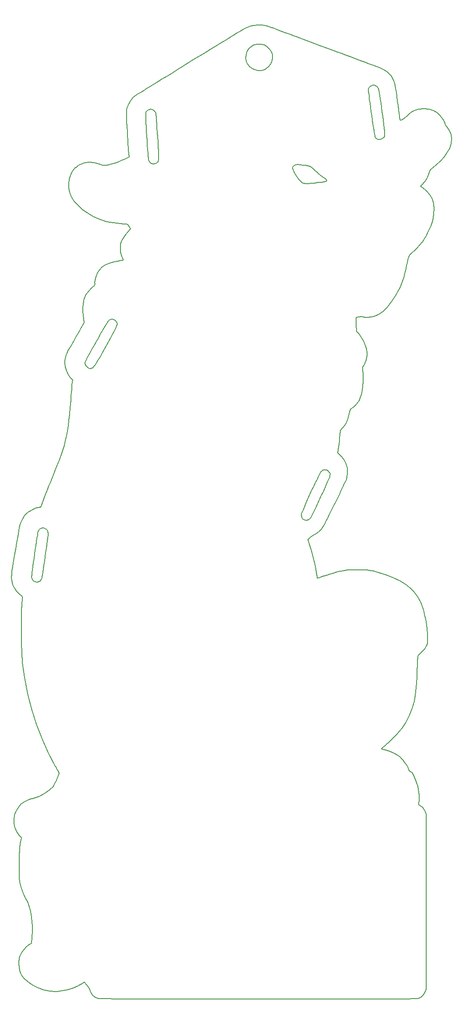
<source format=gm1>
G04 #@! TF.GenerationSoftware,KiCad,Pcbnew,(5.1.5)-3*
G04 #@! TF.CreationDate,2020-02-08T22:35:02-06:00*
G04 #@! TF.ProjectId,tymkrs_Cyphercon_2020_coyote,74796d6b-7273-45f4-9379-70686572636f,V0*
G04 #@! TF.SameCoordinates,Original*
G04 #@! TF.FileFunction,Profile,NP*
%FSLAX46Y46*%
G04 Gerber Fmt 4.6, Leading zero omitted, Abs format (unit mm)*
G04 Created by KiCad (PCBNEW (5.1.5)-3) date 2020-02-08 22:35:02*
%MOMM*%
%LPD*%
G04 APERTURE LIST*
%ADD10C,0.180000*%
G04 APERTURE END LIST*
D10*
X127748584Y-8459555D02*
X127748584Y-8459555D01*
X126927986Y-8434121D02*
X127748584Y-8459555D01*
X126110945Y-8533034D02*
X126927986Y-8434121D01*
X126092893Y-8536519D02*
X126110945Y-8533034D01*
X125710020Y-8619858D02*
X126092893Y-8536519D01*
X125347476Y-8722610D02*
X125710020Y-8619858D01*
X124978490Y-8857709D02*
X125347476Y-8722610D01*
X124576293Y-9038091D02*
X124978490Y-8857709D01*
X124114115Y-9276691D02*
X124576293Y-9038091D01*
X123565187Y-9586444D02*
X124114115Y-9276691D01*
X122902738Y-9980285D02*
X123565187Y-9586444D01*
X122100000Y-10471151D02*
X122902738Y-9980285D01*
X122094071Y-10474807D02*
X122100000Y-10471151D01*
X121716232Y-10707533D02*
X122094071Y-10474807D01*
X121184033Y-11035004D02*
X121716232Y-10707533D01*
X120513243Y-11447528D02*
X121184033Y-11035004D01*
X119719632Y-11935416D02*
X120513243Y-11447528D01*
X118818970Y-12488977D02*
X119719632Y-11935416D01*
X117827025Y-13098521D02*
X118818970Y-12488977D01*
X116759567Y-13754358D02*
X117827025Y-13098521D01*
X115632366Y-14446797D02*
X116759567Y-13754358D01*
X115012019Y-14827822D02*
X115632366Y-14446797D01*
X124628017Y-14190979D02*
X124584275Y-14827822D01*
X124851020Y-13538961D02*
X124628017Y-14190979D01*
X125178023Y-13032008D02*
X124851020Y-13538961D01*
X125657966Y-12588891D02*
X125178023Y-13032008D01*
X126222723Y-12289812D02*
X125657966Y-12588891D01*
X126840219Y-12138198D02*
X126222723Y-12289812D01*
X127478378Y-12137474D02*
X126840219Y-12138198D01*
X128105124Y-12291066D02*
X127478378Y-12137474D01*
X128688381Y-12602400D02*
X128105124Y-12291066D01*
X129196073Y-13074900D02*
X128688381Y-12602400D01*
X129485283Y-13510445D02*
X129196073Y-13074900D01*
X129707790Y-14128736D02*
X129485283Y-13510445D01*
X129762227Y-14773033D02*
X129707790Y-14128736D01*
X129655407Y-15408870D02*
X129762227Y-14773033D01*
X129394145Y-16001786D02*
X129655407Y-15408870D01*
X128985256Y-16517315D02*
X129394145Y-16001786D01*
X128435555Y-16920996D02*
X128985256Y-16517315D01*
X128204817Y-17033602D02*
X128435555Y-16920996D01*
X127559349Y-17220959D02*
X128204817Y-17033602D01*
X126927613Y-17236963D02*
X127559349Y-17220959D01*
X126330300Y-17101136D02*
X126927613Y-17236963D01*
X125788101Y-16833001D02*
X126330300Y-17101136D01*
X125321708Y-16452080D02*
X125788101Y-16833001D01*
X124951812Y-15977894D02*
X125321708Y-16452080D01*
X124699104Y-15429968D02*
X124951812Y-15977894D01*
X124584275Y-14827822D02*
X124699104Y-15429968D01*
X114461192Y-15166148D02*
X115012019Y-14827822D01*
X113261813Y-15902720D02*
X114461192Y-15166148D01*
X112050000Y-16646824D02*
X113261813Y-15902720D01*
X111750670Y-16830617D02*
X112050000Y-16646824D01*
X110588319Y-17544433D02*
X111750670Y-16830617D01*
X109470023Y-18231369D02*
X110588319Y-17544433D01*
X108408422Y-18883651D02*
X109470023Y-18231369D01*
X107416157Y-19493506D02*
X108408422Y-18883651D01*
X106505866Y-20053160D02*
X107416157Y-19493506D01*
X105690190Y-20554839D02*
X106505866Y-20053160D01*
X104981770Y-20990768D02*
X105690190Y-20554839D01*
X104922321Y-21027376D02*
X104981770Y-20990768D01*
X148327145Y-20840605D02*
X148300000Y-21027376D01*
X148496351Y-20496386D02*
X148327145Y-20840605D01*
X148772155Y-20209923D02*
X148496351Y-20496386D01*
X149098015Y-20050435D02*
X148772155Y-20209923D01*
X149262886Y-20031448D02*
X149098015Y-20050435D01*
X149656672Y-20110803D02*
X149262886Y-20031448D01*
X149999482Y-20339163D02*
X149656672Y-20110803D01*
X150230723Y-20682704D02*
X149999482Y-20339163D01*
X150258968Y-20775020D02*
X150230723Y-20682704D01*
X150323945Y-21074346D02*
X150258968Y-20775020D01*
X150405189Y-21525852D02*
X150323945Y-21074346D01*
X150499404Y-22104543D02*
X150405189Y-21525852D01*
X150603295Y-22785423D02*
X150499404Y-22104543D01*
X150713565Y-23543498D02*
X150603295Y-22785423D01*
X150826921Y-24353770D02*
X150713565Y-23543498D01*
X150940065Y-25191246D02*
X150826921Y-24353770D01*
X151049703Y-26030928D02*
X150940065Y-25191246D01*
X151152539Y-26847823D02*
X151049703Y-26030928D01*
X151245277Y-27616934D02*
X151152539Y-26847823D01*
X151324622Y-28313266D02*
X151245277Y-27616934D01*
X151387278Y-28911823D02*
X151324622Y-28313266D01*
X151429949Y-29387610D02*
X151387278Y-28911823D01*
X151449341Y-29715631D02*
X151429949Y-29387610D01*
X151442156Y-29870891D02*
X151449341Y-29715631D01*
X151315855Y-30090714D02*
X151442156Y-29870891D01*
X151100000Y-30310272D02*
X151315855Y-30090714D01*
X150997643Y-30377663D02*
X151100000Y-30310272D01*
X150581605Y-30532161D02*
X150997643Y-30377663D01*
X150179585Y-30512878D02*
X150581605Y-30532161D01*
X149831659Y-30328325D02*
X150179585Y-30512878D01*
X149577907Y-29987015D02*
X149831659Y-30328325D01*
X149572240Y-29972456D02*
X149577907Y-29987015D01*
X149526856Y-29781931D02*
X149572240Y-29972456D01*
X149460107Y-29423135D02*
X149526856Y-29781931D01*
X149375624Y-28921520D02*
X149460107Y-29423135D01*
X149277036Y-28302540D02*
X149375624Y-28921520D01*
X149167975Y-27591649D02*
X149277036Y-28302540D01*
X149052070Y-26814299D02*
X149167975Y-27591649D01*
X148932953Y-25995945D02*
X149052070Y-26814299D01*
X148814253Y-25162041D02*
X148932953Y-25995945D01*
X148699601Y-24338038D02*
X148814253Y-25162041D01*
X148592627Y-23549392D02*
X148699601Y-24338038D01*
X148496962Y-22821556D02*
X148592627Y-23549392D01*
X148416237Y-22179982D02*
X148496962Y-22821556D01*
X148354081Y-21650126D02*
X148416237Y-22179982D01*
X148314125Y-21257439D02*
X148354081Y-21650126D01*
X148300000Y-21027376D02*
X148314125Y-21257439D01*
X104393245Y-21353176D02*
X104922321Y-21027376D01*
X103937256Y-21634286D02*
X104393245Y-21353176D01*
X103626441Y-21826327D02*
X103937256Y-21634286D01*
X103473443Y-21921523D02*
X103626441Y-21826327D01*
X102843132Y-22421218D02*
X103473443Y-21921523D01*
X102279677Y-23093593D02*
X102843132Y-22421218D01*
X101849728Y-23876106D02*
X102279677Y-23093593D01*
X101577752Y-24732477D02*
X101849728Y-23876106D01*
X101563806Y-24805140D02*
X101577752Y-24732477D01*
X101537316Y-25005560D02*
X101563806Y-24805140D01*
X101521621Y-25257292D02*
X101537316Y-25005560D01*
X101517240Y-25581503D02*
X101521621Y-25257292D01*
X101524693Y-25999359D02*
X101517240Y-25581503D01*
X101530301Y-26150178D02*
X101524693Y-25999359D01*
X105245026Y-25761660D02*
X105238993Y-26150178D01*
X105269850Y-25470135D02*
X105245026Y-25761660D01*
X105314417Y-25257829D02*
X105269850Y-25470135D01*
X105379676Y-25106965D02*
X105314417Y-25257829D01*
X105466579Y-24999770D02*
X105379676Y-25106965D01*
X105576077Y-24918468D02*
X105466579Y-24999770D01*
X105709119Y-24845284D02*
X105576077Y-24918468D01*
X105876739Y-24774487D02*
X105709119Y-24845284D01*
X106299342Y-24721966D02*
X105876739Y-24774487D01*
X106688260Y-24833238D02*
X106299342Y-24721966D01*
X106998242Y-25089122D02*
X106688260Y-24833238D01*
X107184033Y-25470439D02*
X106998242Y-25089122D01*
X107196507Y-25541148D02*
X107184033Y-25470439D01*
X107228524Y-25816057D02*
X107196507Y-25541148D01*
X107269857Y-26255641D02*
X107228524Y-25816057D01*
X107318690Y-26836981D02*
X107269857Y-26255641D01*
X107373207Y-27537159D02*
X107318690Y-26836981D01*
X107431590Y-28333254D02*
X107373207Y-27537159D01*
X107492022Y-29202348D02*
X107431590Y-28333254D01*
X107552689Y-30121521D02*
X107492022Y-29202348D01*
X107608662Y-30996048D02*
X107552689Y-30121521D01*
X107667264Y-31939038D02*
X107608662Y-30996048D01*
X107711295Y-32714642D02*
X107667264Y-31939038D01*
X107739868Y-33340849D02*
X107711295Y-32714642D01*
X107752093Y-33835648D02*
X107739868Y-33340849D01*
X107747083Y-34217029D02*
X107752093Y-33835648D01*
X107723948Y-34502982D02*
X107747083Y-34217029D01*
X107681802Y-34711495D02*
X107723948Y-34502982D01*
X107619756Y-34860558D02*
X107681802Y-34711495D01*
X107536921Y-34968160D02*
X107619756Y-34860558D01*
X107432409Y-35052292D02*
X107536921Y-34968160D01*
X107305332Y-35130942D02*
X107432409Y-35052292D01*
X107110554Y-35221770D02*
X107305332Y-35130942D01*
X106697503Y-35277121D02*
X107110554Y-35221770D01*
X106312380Y-35167650D02*
X106697503Y-35277121D01*
X106001915Y-34912186D02*
X106312380Y-35167650D01*
X105812839Y-34529560D02*
X106001915Y-34912186D01*
X105800267Y-34460725D02*
X105812839Y-34529560D01*
X105767574Y-34187579D02*
X105800267Y-34460725D01*
X105725509Y-33749578D02*
X105767574Y-34187579D01*
X105675921Y-33169681D02*
X105725509Y-33749578D01*
X105620657Y-32470845D02*
X105675921Y-33169681D01*
X105561567Y-31676027D02*
X105620657Y-32470845D01*
X105500498Y-30808183D02*
X105561567Y-31676027D01*
X105439299Y-29890271D02*
X105500498Y-30808183D01*
X105383765Y-29029685D02*
X105439299Y-29890271D01*
X105324138Y-28075442D02*
X105383765Y-29029685D01*
X105279500Y-27289294D02*
X105324138Y-28075442D01*
X105250801Y-26653464D02*
X105279500Y-27289294D01*
X105238993Y-26150178D02*
X105250801Y-26653464D01*
X101544499Y-26532028D02*
X101530301Y-26150178D01*
X101577177Y-27200675D02*
X101544499Y-26532028D01*
X101623247Y-28026468D02*
X101577177Y-27200675D01*
X101683228Y-29030573D02*
X101623247Y-28026468D01*
X101734895Y-29869583D02*
X101683228Y-29030573D01*
X101787207Y-30703041D02*
X101734895Y-29869583D01*
X101836410Y-31471371D02*
X101787207Y-30703041D01*
X101880739Y-32147671D02*
X101836410Y-31471371D01*
X101918429Y-32705036D02*
X101880739Y-32147671D01*
X101947717Y-33116564D02*
X101918429Y-32705036D01*
X101966838Y-33355352D02*
X101947717Y-33116564D01*
X102023593Y-33960705D02*
X101966838Y-33355352D01*
X101086796Y-34390705D02*
X102023593Y-33960705D01*
X100735427Y-34546604D02*
X101086796Y-34390705D01*
X100042344Y-34828451D02*
X100735427Y-34546604D01*
X99337340Y-35086526D02*
X100042344Y-34828451D01*
X98668256Y-35304694D02*
X99337340Y-35086526D01*
X98082935Y-35466819D02*
X98668256Y-35304694D01*
X97629219Y-35556768D02*
X98082935Y-35466819D01*
X97478674Y-35573345D02*
X97629219Y-35556768D01*
X97169006Y-35573669D02*
X97478674Y-35573345D01*
X96855180Y-35507817D02*
X97169006Y-35573669D01*
X96451193Y-35361533D02*
X96855180Y-35507817D01*
X96257969Y-35288136D02*
X96451193Y-35361533D01*
X95314947Y-35038652D02*
X96257969Y-35288136D01*
X94379710Y-34964239D02*
X95314947Y-35038652D01*
X93481611Y-35065055D02*
X94379710Y-34964239D01*
X92650000Y-35341255D02*
X93481611Y-35065055D01*
X92232617Y-35568927D02*
X92650000Y-35341255D01*
X91783684Y-35931261D02*
X92232617Y-35568927D01*
X133713534Y-35792641D02*
X133651011Y-35931261D01*
X133839244Y-35651664D02*
X133713534Y-35792641D01*
X133929936Y-35574916D02*
X133839244Y-35651664D01*
X134204666Y-35449353D02*
X133929936Y-35574916D01*
X134589074Y-35397019D02*
X134204666Y-35449353D01*
X135109381Y-35415934D02*
X134589074Y-35397019D01*
X135791808Y-35504114D02*
X135109381Y-35415934D01*
X136121647Y-35556234D02*
X135791808Y-35504114D01*
X136508406Y-35617224D02*
X136121647Y-35556234D01*
X136791058Y-35661658D02*
X136508406Y-35617224D01*
X136976124Y-35720048D02*
X136791058Y-35661658D01*
X137230476Y-35873101D02*
X136976124Y-35720048D01*
X137559574Y-36137904D02*
X137230476Y-35873101D01*
X137991058Y-36534565D02*
X137559574Y-36137904D01*
X138277928Y-36798701D02*
X137991058Y-36534565D01*
X138727417Y-37184648D02*
X138277928Y-36798701D01*
X139164356Y-37532043D02*
X138727417Y-37184648D01*
X139525000Y-37788767D02*
X139164356Y-37532043D01*
X139880734Y-38040741D02*
X139525000Y-37788767D01*
X140139030Y-38297128D02*
X139880734Y-38040741D01*
X140208348Y-38501414D02*
X140139030Y-38297128D01*
X140090262Y-38656018D02*
X140208348Y-38501414D01*
X140084649Y-38658941D02*
X140090262Y-38656018D01*
X139929819Y-38696931D02*
X140084649Y-38658941D01*
X139622115Y-38748047D02*
X139929819Y-38696931D01*
X139203331Y-38805957D02*
X139622115Y-38748047D01*
X138715262Y-38864330D02*
X139203331Y-38805957D01*
X138607756Y-38876249D02*
X138715262Y-38864330D01*
X137819856Y-38961550D02*
X138607756Y-38876249D01*
X137200378Y-39022593D02*
X137819856Y-38961550D01*
X136722488Y-39059614D02*
X137200378Y-39022593D01*
X136359349Y-39072853D02*
X136722488Y-39059614D01*
X136084124Y-39062548D02*
X136359349Y-39072853D01*
X135869978Y-39028938D02*
X136084124Y-39062548D01*
X135690074Y-38972261D02*
X135869978Y-39028938D01*
X135517576Y-38892756D02*
X135690074Y-38972261D01*
X135208479Y-38685782D02*
X135517576Y-38892756D01*
X134784609Y-38255745D02*
X135208479Y-38685782D01*
X134378220Y-37682731D02*
X134784609Y-38255745D01*
X134014556Y-36998551D02*
X134378220Y-37682731D01*
X133894906Y-36735100D02*
X134014556Y-36998551D01*
X133736463Y-36362278D02*
X133894906Y-36735100D01*
X133656909Y-36107735D02*
X133736463Y-36362278D01*
X133651011Y-35931261D02*
X133656909Y-36107735D01*
X91601337Y-36078434D02*
X91783684Y-35931261D01*
X91093773Y-36710528D02*
X91601337Y-36078434D01*
X90714441Y-37439872D02*
X91093773Y-36710528D01*
X90467860Y-38241129D02*
X90714441Y-37439872D01*
X90358548Y-39088965D02*
X90467860Y-38241129D01*
X90391022Y-39958042D02*
X90358548Y-39088965D01*
X90569800Y-40823026D02*
X90391022Y-39958042D01*
X90899399Y-41658579D02*
X90569800Y-40823026D01*
X91384337Y-42439365D02*
X90899399Y-41658579D01*
X91385609Y-42441045D02*
X91384337Y-42439365D01*
X92121429Y-43275525D02*
X91385609Y-42441045D01*
X93019543Y-44067693D02*
X92121429Y-43275525D01*
X94043204Y-44794089D02*
X93019543Y-44067693D01*
X95155665Y-45431250D02*
X94043204Y-44794089D01*
X96320179Y-45955715D02*
X95155665Y-45431250D01*
X97500000Y-46344021D02*
X96320179Y-45955715D01*
X97789431Y-46413882D02*
X97500000Y-46344021D01*
X98364098Y-46528972D02*
X97789431Y-46413882D01*
X99026608Y-46641137D02*
X98364098Y-46528972D01*
X99720331Y-46742349D02*
X99026608Y-46641137D01*
X100388636Y-46824581D02*
X99720331Y-46742349D01*
X100974892Y-46879807D02*
X100388636Y-46824581D01*
X101422470Y-46900000D02*
X100974892Y-46879807D01*
X101575557Y-46904990D02*
X101422470Y-46900000D01*
X101748876Y-46954305D02*
X101575557Y-46904990D01*
X101882512Y-47094792D02*
X101748876Y-46954305D01*
X102036307Y-47372519D02*
X101882512Y-47094792D01*
X102276448Y-47845038D02*
X102036307Y-47372519D01*
X101684566Y-48490974D02*
X102276448Y-47845038D01*
X101360887Y-48883773D02*
X101684566Y-48490974D01*
X101002460Y-49398831D02*
X101360887Y-48883773D01*
X100721341Y-49888268D02*
X101002460Y-49398831D01*
X100558764Y-50227860D02*
X100721341Y-49888268D01*
X100444023Y-50520691D02*
X100558764Y-50227860D01*
X100381385Y-50798320D02*
X100444023Y-50520691D01*
X100355245Y-51132457D02*
X100381385Y-50798320D01*
X100350000Y-51594813D02*
X100355245Y-51132457D01*
X100352292Y-51918592D02*
X100350000Y-51594813D01*
X100370900Y-52296548D02*
X100352292Y-51918592D01*
X100419653Y-52587640D02*
X100370900Y-52296548D01*
X100511985Y-52860405D02*
X100419653Y-52587640D01*
X100661326Y-53183385D02*
X100511985Y-52860405D01*
X100803285Y-53498076D02*
X100661326Y-53183385D01*
X100881954Y-53747975D02*
X100803285Y-53498076D01*
X100861326Y-53851504D02*
X100881954Y-53747975D01*
X100795204Y-53866748D02*
X100861326Y-53851504D01*
X100556907Y-53911861D02*
X100795204Y-53866748D01*
X100199415Y-53974465D02*
X100556907Y-53911861D01*
X99771335Y-54045893D02*
X100199415Y-53974465D01*
X99254838Y-54141578D02*
X99771335Y-54045893D01*
X98295240Y-54399926D02*
X99254838Y-54141578D01*
X97497648Y-54743563D02*
X98295240Y-54399926D01*
X96844846Y-55182929D02*
X97497648Y-54743563D01*
X96319614Y-55728467D02*
X96844846Y-55182929D01*
X95904735Y-56390618D02*
X96319614Y-55728467D01*
X95872987Y-56455870D02*
X95904735Y-56390618D01*
X95707556Y-56872852D02*
X95872987Y-56455870D01*
X95566934Y-57345689D02*
X95707556Y-56872852D01*
X95464631Y-57814468D02*
X95566934Y-57345689D01*
X95414158Y-58219273D02*
X95464631Y-57814468D01*
X95429025Y-58500192D02*
X95414158Y-58219273D01*
X95414302Y-58645822D02*
X95429025Y-58500192D01*
X95273761Y-58827821D02*
X95414302Y-58645822D01*
X94981169Y-59071984D02*
X95273761Y-58827821D01*
X94700694Y-59308362D02*
X94981169Y-59071984D01*
X94174170Y-59875892D02*
X94700694Y-59308362D01*
X93718339Y-60523841D02*
X94174170Y-59875892D01*
X93391032Y-61175697D02*
X93718339Y-60523841D01*
X93357106Y-61271821D02*
X93391032Y-61175697D01*
X93242536Y-61761628D02*
X93357106Y-61271821D01*
X93162335Y-62383352D02*
X93242536Y-61761628D01*
X93118655Y-63084596D02*
X93162335Y-62383352D01*
X93113645Y-63812963D02*
X93118655Y-63084596D01*
X93149458Y-64516058D02*
X93113645Y-63812963D01*
X93228243Y-65141482D02*
X93149458Y-64516058D01*
X93368688Y-65932965D02*
X93228243Y-65141482D01*
X92669826Y-67141482D02*
X93368688Y-65932965D01*
X92491557Y-67449790D02*
X92669826Y-67141482D01*
X92152981Y-68035449D02*
X92491557Y-67449790D01*
X91771318Y-68695741D02*
X92152981Y-68035449D01*
X91381279Y-69370610D02*
X91771318Y-68695741D01*
X91017578Y-70000000D02*
X91381279Y-69370610D01*
X90940537Y-70133537D02*
X91017578Y-70000000D01*
X90549482Y-70821504D02*
X90940537Y-70133537D01*
X90248860Y-71375818D02*
X90549482Y-70821504D01*
X90025523Y-71827255D02*
X90248860Y-71375818D01*
X89866324Y-72206592D02*
X90025523Y-71827255D01*
X89758114Y-72544604D02*
X89866324Y-72206592D01*
X89687747Y-72872068D02*
X89758114Y-72544604D01*
X89642073Y-73219760D02*
X89687747Y-72872068D01*
X89624340Y-73650442D02*
X89642073Y-73219760D01*
X89643930Y-73829066D02*
X89624340Y-73650442D01*
X93551274Y-73617743D02*
X93523533Y-73829066D01*
X93664911Y-73315779D02*
X93551274Y-73617743D01*
X93767181Y-73099259D02*
X93664911Y-73315779D01*
X93956590Y-72731583D02*
X93767181Y-73099259D01*
X94215285Y-72247481D02*
X93956590Y-72731583D01*
X94530528Y-71669394D02*
X94215285Y-72247481D01*
X94889582Y-71019759D02*
X94530528Y-71669394D01*
X95279709Y-70321017D02*
X94889582Y-71019759D01*
X95688170Y-69595607D02*
X95279709Y-70321017D01*
X96102229Y-68865968D02*
X95688170Y-69595607D01*
X96509147Y-68154540D02*
X96102229Y-68865968D01*
X96896187Y-67483762D02*
X96509147Y-68154540D01*
X97250610Y-66876073D02*
X96896187Y-67483762D01*
X97559679Y-66353913D02*
X97250610Y-66876073D01*
X97810656Y-65939721D02*
X97559679Y-66353913D01*
X97990804Y-65655937D02*
X97810656Y-65939721D01*
X98087384Y-65525000D02*
X97990804Y-65655937D01*
X98386323Y-65340127D02*
X98087384Y-65525000D01*
X98759871Y-65285436D02*
X98386323Y-65340127D01*
X99127171Y-65374394D02*
X98759871Y-65285436D01*
X99442699Y-65585837D02*
X99127171Y-65374394D01*
X99660932Y-65898606D02*
X99442699Y-65585837D01*
X99736347Y-66291536D02*
X99660932Y-65898606D01*
X99722641Y-66364569D02*
X99736347Y-66291536D01*
X99623973Y-66629336D02*
X99722641Y-66364569D01*
X99440824Y-67031824D02*
X99623973Y-66629336D01*
X99185776Y-67549567D02*
X99440824Y-67031824D01*
X98871411Y-68160100D02*
X99185776Y-67549567D01*
X98510312Y-68840957D02*
X98871411Y-68160100D01*
X98115060Y-69569673D02*
X98510312Y-68840957D01*
X97698238Y-70323783D02*
X98115060Y-69569673D01*
X97272429Y-71080822D02*
X97698238Y-70323783D01*
X96850213Y-71818324D02*
X97272429Y-71080822D01*
X96444175Y-72513823D02*
X96850213Y-71818324D01*
X96066895Y-73144855D02*
X96444175Y-72513823D01*
X95730956Y-73688954D02*
X96066895Y-73144855D01*
X95448940Y-74123655D02*
X95730956Y-73688954D01*
X95233430Y-74426492D02*
X95448940Y-74123655D01*
X95097007Y-74575000D02*
X95233430Y-74426492D01*
X95046170Y-74608415D02*
X95097007Y-74575000D01*
X94778058Y-74744599D02*
X95046170Y-74608415D01*
X94560211Y-74799626D02*
X94778058Y-74744599D01*
X94448603Y-74788030D02*
X94560211Y-74799626D01*
X94114193Y-74651429D02*
X94448603Y-74788030D01*
X93806441Y-74404609D02*
X94114193Y-74651429D01*
X93601079Y-74102606D02*
X93806441Y-74404609D01*
X93574674Y-74036216D02*
X93601079Y-74102606D01*
X93523533Y-73829066D02*
X93574674Y-74036216D01*
X89713693Y-74465183D02*
X89643930Y-73829066D01*
X89943736Y-75272943D02*
X89713693Y-74465183D01*
X90295592Y-76015557D02*
X89943736Y-75272943D01*
X90750385Y-76634859D02*
X90295592Y-76015557D01*
X91107867Y-77019718D02*
X90750385Y-76634859D01*
X91006010Y-77984859D02*
X91107867Y-77019718D01*
X90978361Y-78265191D02*
X91006010Y-77984859D01*
X90933106Y-78764136D02*
X90978361Y-78265191D01*
X90879047Y-79391526D02*
X90933106Y-78764136D01*
X90819506Y-80107924D02*
X90879047Y-79391526D01*
X90757806Y-80873894D02*
X90819506Y-80107924D01*
X90697267Y-81650000D02*
X90757806Y-80873894D01*
X90639276Y-82386620D02*
X90697267Y-81650000D01*
X90530140Y-83644147D02*
X90639276Y-82386620D01*
X90413158Y-84786994D02*
X90530140Y-83644147D01*
X90281995Y-85839850D02*
X90413158Y-84786994D01*
X90130315Y-86827400D02*
X90281995Y-85839850D01*
X89951784Y-87774333D02*
X90130315Y-86827400D01*
X89740065Y-88705335D02*
X89951784Y-87774333D01*
X89488825Y-89645093D02*
X89740065Y-88705335D01*
X89191728Y-90618295D02*
X89488825Y-89645093D01*
X88842438Y-91649626D02*
X89191728Y-90618295D01*
X88434621Y-92763776D02*
X88842438Y-91649626D01*
X87961941Y-93985430D02*
X88434621Y-92763776D01*
X87418063Y-95339275D02*
X87961941Y-93985430D01*
X86796652Y-96850000D02*
X87418063Y-95339275D01*
X86510939Y-97543742D02*
X86796652Y-96850000D01*
X86208882Y-98285303D02*
X86510939Y-97543742D01*
X85915846Y-99011959D02*
X86208882Y-98285303D01*
X85654617Y-99667204D02*
X85915846Y-99011959D01*
X85447980Y-100194531D02*
X85654617Y-99667204D01*
X84928521Y-101539062D02*
X85447980Y-100194531D01*
X84352668Y-101669845D02*
X84928521Y-101539062D01*
X83973893Y-101775043D02*
X84352668Y-101669845D01*
X83178496Y-102124743D02*
X83973893Y-101775043D01*
X82457344Y-102614967D02*
X83178496Y-102124743D01*
X81941953Y-103119374D02*
X82457344Y-102614967D01*
X135303748Y-103082448D02*
X135300000Y-103119374D01*
X135370234Y-102848365D02*
X135303748Y-103082448D01*
X135511469Y-102465476D02*
X135370234Y-102848365D01*
X135716594Y-101957310D02*
X135511469Y-102465476D01*
X135974747Y-101347397D02*
X135716594Y-101957310D01*
X136275069Y-100659265D02*
X135974747Y-101347397D01*
X136606698Y-99916443D02*
X136275069Y-100659265D01*
X136958775Y-99142460D02*
X136606698Y-99916443D01*
X137320438Y-98360845D02*
X136958775Y-99142460D01*
X137680828Y-97595127D02*
X137320438Y-98360845D01*
X138029084Y-96868834D02*
X137680828Y-97595127D01*
X138354345Y-96205497D02*
X138029084Y-96868834D01*
X138645752Y-95628643D02*
X138354345Y-96205497D01*
X138892442Y-95161801D02*
X138645752Y-95628643D01*
X139083557Y-94828502D02*
X138892442Y-95161801D01*
X139208236Y-94652272D02*
X139083557Y-94828502D01*
X139314354Y-94551359D02*
X139208236Y-94652272D01*
X139576381Y-94395751D02*
X139314354Y-94551359D01*
X139909883Y-94354545D02*
X139576381Y-94395751D01*
X140149632Y-94371348D02*
X139909883Y-94354545D01*
X140384677Y-94467894D02*
X140149632Y-94371348D01*
X140621624Y-94691598D02*
X140384677Y-94467894D01*
X140806089Y-94927124D02*
X140621624Y-94691598D01*
X140883923Y-95148431D02*
X140806089Y-94927124D01*
X140873566Y-95439325D02*
X140883923Y-95148431D01*
X140868635Y-95466755D02*
X140873566Y-95439325D01*
X140795956Y-95692387D02*
X140868635Y-95466755D01*
X140648750Y-96068461D02*
X140795956Y-95692387D01*
X140438077Y-96571163D02*
X140648750Y-96068461D01*
X140174993Y-97176682D02*
X140438077Y-96571163D01*
X139870560Y-97861203D02*
X140174993Y-97176682D01*
X139535834Y-98600915D02*
X139870560Y-97861203D01*
X139181876Y-99372005D02*
X139535834Y-98600915D01*
X138819743Y-100150659D02*
X139181876Y-99372005D01*
X138460496Y-100913065D02*
X138819743Y-100150659D01*
X138115191Y-101635411D02*
X138460496Y-100913065D01*
X137794889Y-102293883D02*
X138115191Y-101635411D01*
X137510648Y-102864669D02*
X137794889Y-102293883D01*
X137273526Y-103323956D02*
X137510648Y-102864669D01*
X137094584Y-103647932D02*
X137273526Y-103323956D01*
X136984879Y-103812782D02*
X137094584Y-103647932D01*
X136984361Y-103813343D02*
X136984879Y-103812782D01*
X136654174Y-104045532D02*
X136984361Y-103813343D01*
X136284738Y-104114286D02*
X136654174Y-104045532D01*
X135920328Y-104037826D02*
X136284738Y-104114286D01*
X135605218Y-103834373D02*
X135920328Y-104037826D01*
X135383683Y-103522149D02*
X135605218Y-103834373D01*
X135300000Y-103119374D02*
X135383683Y-103522149D01*
X81841348Y-103217836D02*
X81941953Y-103119374D01*
X81361417Y-103905473D02*
X81841348Y-103217836D01*
X81048461Y-104650000D02*
X81361417Y-103905473D01*
X81041481Y-104674948D02*
X81048461Y-104650000D01*
X80993307Y-104871614D02*
X81041481Y-104674948D01*
X80929929Y-105167078D02*
X80993307Y-104871614D01*
X80849357Y-105572276D02*
X80929929Y-105167078D01*
X80749597Y-106098147D02*
X80849357Y-105572276D01*
X80628657Y-106755628D02*
X80749597Y-106098147D01*
X80484543Y-107555656D02*
X80628657Y-106755628D01*
X80315264Y-108509170D02*
X80484543Y-107555656D01*
X80118826Y-109627107D02*
X80315264Y-108509170D01*
X79893237Y-110920404D02*
X80118826Y-109627107D01*
X79636503Y-112400000D02*
X79893237Y-110920404D01*
X79521625Y-113086591D02*
X79636503Y-112400000D01*
X79399918Y-113918372D02*
X79521625Y-113086591D01*
X79327769Y-114606650D02*
X79399918Y-113918372D01*
X79312541Y-115004902D02*
X79327769Y-114606650D01*
X83203077Y-114933977D02*
X83200000Y-115004902D01*
X83229741Y-114653308D02*
X83203077Y-114933977D01*
X83280770Y-114220053D02*
X83229741Y-114653308D01*
X83352509Y-113659269D02*
X83280770Y-114220053D01*
X83441303Y-112996011D02*
X83352509Y-113659269D01*
X83543498Y-112255335D02*
X83441303Y-112996011D01*
X83655440Y-111462297D02*
X83543498Y-112255335D01*
X83773472Y-110641953D02*
X83655440Y-111462297D01*
X83893941Y-109819358D02*
X83773472Y-110641953D01*
X84013193Y-109019569D02*
X83893941Y-109819358D01*
X84127571Y-108267641D02*
X84013193Y-109019569D01*
X84233423Y-107588631D02*
X84127571Y-108267641D01*
X84327092Y-107007593D02*
X84233423Y-107588631D01*
X84404924Y-106549583D02*
X84327092Y-107007593D01*
X84463266Y-106239659D02*
X84404924Y-106549583D01*
X84498461Y-106102874D02*
X84463266Y-106239659D01*
X84733695Y-105808619D02*
X84498461Y-106102874D01*
X85065507Y-105629596D02*
X84733695Y-105808619D01*
X85432387Y-105591427D02*
X85065507Y-105629596D01*
X85791824Y-105682611D02*
X85432387Y-105591427D01*
X86101306Y-105891652D02*
X85791824Y-105682611D01*
X86318323Y-106207050D02*
X86101306Y-105891652D01*
X86400363Y-106617307D02*
X86318323Y-106207050D01*
X86394536Y-106719651D02*
X86400363Y-106617307D01*
X86363464Y-107025266D02*
X86394536Y-106719651D01*
X86308919Y-107484633D02*
X86363464Y-107025266D01*
X86234672Y-108070875D02*
X86308919Y-107484633D01*
X86144491Y-108757116D02*
X86234672Y-108070875D01*
X86042146Y-109516478D02*
X86144491Y-108757116D01*
X85931407Y-110322085D02*
X86042146Y-109516478D01*
X85816044Y-111147060D02*
X85931407Y-110322085D01*
X85699827Y-111964525D02*
X85816044Y-111147060D01*
X85586524Y-112747604D02*
X85699827Y-111964525D01*
X85479906Y-113469420D02*
X85586524Y-112747604D01*
X85383742Y-114103095D02*
X85479906Y-113469420D01*
X85301802Y-114621754D02*
X85383742Y-114103095D01*
X85237856Y-114998519D02*
X85301802Y-114621754D01*
X85195673Y-115206513D02*
X85237856Y-114998519D01*
X85191781Y-115220844D02*
X85195673Y-115206513D01*
X85057573Y-115529552D02*
X85191781Y-115220844D01*
X84871316Y-115779974D02*
X85057573Y-115529552D01*
X84577955Y-115967987D02*
X84871316Y-115779974D01*
X84194861Y-116059243D02*
X84577955Y-115967987D01*
X83838811Y-116005777D02*
X84194861Y-116059243D01*
X83821871Y-115998372D02*
X83838811Y-116005777D01*
X83508238Y-115759622D02*
X83821871Y-115998372D01*
X83285022Y-115403514D02*
X83508238Y-115759622D01*
X83200000Y-115004902D02*
X83285022Y-115403514D01*
X79305805Y-115181097D02*
X79312541Y-115004902D01*
X79334654Y-115671384D02*
X79305805Y-115181097D01*
X79414943Y-116107184D02*
X79334654Y-115671384D01*
X79547300Y-116518168D02*
X79414943Y-116107184D01*
X79732351Y-116934007D02*
X79547300Y-116518168D01*
X79954671Y-117341338D02*
X79732351Y-116934007D01*
X80301199Y-117819461D02*
X79954671Y-117341338D01*
X80758769Y-118285924D02*
X80301199Y-117819461D01*
X81413575Y-118885934D02*
X80758769Y-118285924D01*
X81294854Y-120695141D02*
X81413575Y-118885934D01*
X81269844Y-121149746D02*
X81294854Y-120695141D01*
X81240825Y-121965443D02*
X81269844Y-121149746D01*
X81222111Y-122905197D02*
X81240825Y-121965443D01*
X81213259Y-123936610D02*
X81222111Y-122905197D01*
X81213825Y-125027284D02*
X81213259Y-123936610D01*
X81223365Y-126144824D02*
X81213825Y-125027284D01*
X81241436Y-127256832D02*
X81223365Y-126144824D01*
X81267593Y-128330912D02*
X81241436Y-127256832D01*
X81301394Y-129334665D02*
X81267593Y-128330912D01*
X81342393Y-130235695D02*
X81301394Y-129334665D01*
X81390149Y-131001606D02*
X81342393Y-130235695D01*
X81444216Y-131600000D02*
X81390149Y-131001606D01*
X81842509Y-134462887D02*
X81444216Y-131600000D01*
X82439229Y-137538266D02*
X81842509Y-134462887D01*
X83200093Y-140543565D02*
X82439229Y-137538266D01*
X84120570Y-143464530D02*
X83200093Y-140543565D01*
X85196129Y-146286905D02*
X84120570Y-143464530D01*
X86422240Y-148996438D02*
X85196129Y-146286905D01*
X87794373Y-151578872D02*
X86422240Y-148996438D01*
X87884947Y-151737458D02*
X87794373Y-151578872D01*
X88126903Y-152170169D02*
X87884947Y-151737458D01*
X88322122Y-152532633D02*
X88126903Y-152170169D01*
X88452516Y-152790723D02*
X88322122Y-152532633D01*
X88500000Y-152910315D02*
X88452516Y-152790723D01*
X88493465Y-152972636D02*
X88500000Y-152910315D01*
X88421284Y-153238697D02*
X88493465Y-152972636D01*
X88285958Y-153615635D02*
X88421284Y-153238697D01*
X88108339Y-154055188D02*
X88285958Y-153615635D01*
X87909283Y-154509097D02*
X88108339Y-154055188D01*
X87709643Y-154929101D02*
X87909283Y-154509097D01*
X87530274Y-155266940D02*
X87709643Y-154929101D01*
X87392030Y-155474355D02*
X87530274Y-155266940D01*
X86668543Y-156186992D02*
X87392030Y-155474355D01*
X85695590Y-156886473D02*
X86668543Y-156186992D01*
X84587562Y-157442541D02*
X85695590Y-156886473D01*
X83350000Y-157851937D02*
X84587562Y-157442541D01*
X83150869Y-157906389D02*
X83350000Y-157851937D01*
X82635298Y-158072591D02*
X83150869Y-157906389D01*
X82164358Y-158256543D02*
X82635298Y-158072591D01*
X81813791Y-158429756D02*
X82164358Y-158256543D01*
X81175186Y-158904555D02*
X81813791Y-158429756D01*
X80614795Y-159533620D02*
X81175186Y-158904555D01*
X80192504Y-160255854D02*
X80614795Y-159533620D01*
X79912732Y-161042678D02*
X80192504Y-160255854D01*
X79779898Y-161865509D02*
X79912732Y-161042678D01*
X79798422Y-162695767D02*
X79779898Y-161865509D01*
X79972723Y-163504870D02*
X79798422Y-162695767D01*
X80307220Y-164264237D02*
X79972723Y-163504870D01*
X80806333Y-164945287D02*
X80307220Y-164264237D01*
X81230584Y-165405546D02*
X80806333Y-164945287D01*
X81118673Y-165927773D02*
X81230584Y-165405546D01*
X81077979Y-166125252D02*
X81118673Y-165927773D01*
X80984214Y-166664492D02*
X81077979Y-166125252D01*
X80910826Y-167243736D02*
X80984214Y-166664492D01*
X80855454Y-167894947D02*
X80910826Y-167243736D01*
X80815741Y-168650086D02*
X80855454Y-167894947D01*
X80789327Y-169541116D02*
X80815741Y-168650086D01*
X80773853Y-170600000D02*
X80789327Y-169541116D01*
X80773754Y-170610562D02*
X80773853Y-170600000D01*
X80768152Y-171436962D02*
X80773754Y-170610562D01*
X80769482Y-172095447D02*
X80768152Y-171436962D01*
X80779224Y-172617664D02*
X80769482Y-172095447D01*
X80798860Y-173035261D02*
X80779224Y-172617664D01*
X80829873Y-173379887D02*
X80798860Y-173035261D01*
X80873744Y-173683190D02*
X80829873Y-173379887D01*
X80931955Y-173976818D02*
X80873744Y-173683190D01*
X81090248Y-174627568D02*
X80931955Y-173976818D01*
X81359206Y-175528057D02*
X81090248Y-174627568D01*
X81663855Y-176354985D02*
X81359206Y-175528057D01*
X81988228Y-177066330D02*
X81663855Y-176354985D01*
X82316358Y-177620071D02*
X81988228Y-177066330D01*
X82369161Y-177700550D02*
X82316358Y-177620071D01*
X82499800Y-177957744D02*
X82369161Y-177700550D01*
X82625878Y-178304028D02*
X82499800Y-177957744D01*
X82755371Y-178766659D02*
X82625878Y-178304028D01*
X82896252Y-179372897D02*
X82755371Y-178766659D01*
X83056496Y-180150000D02*
X82896252Y-179372897D01*
X83169664Y-180786345D02*
X83056496Y-180150000D01*
X83276240Y-181654874D02*
X83169664Y-180786345D01*
X83324402Y-182547476D02*
X83276240Y-181654874D01*
X83316658Y-183520599D02*
X83324402Y-182547476D01*
X83255513Y-184630691D02*
X83316658Y-183520599D01*
X83169718Y-185811383D02*
X83255513Y-184630691D01*
X82809174Y-185995319D02*
X83169718Y-185811383D01*
X82567945Y-186146320D02*
X82809174Y-185995319D01*
X82151736Y-186504523D02*
X82567945Y-186146320D01*
X81733381Y-186963365D02*
X82151736Y-186504523D01*
X81358213Y-187471164D02*
X81733381Y-186963365D01*
X81071566Y-187976239D02*
X81358213Y-187471164D01*
X81040085Y-188043984D02*
X81071566Y-187976239D01*
X80909670Y-188345449D02*
X81040085Y-188043984D01*
X80826697Y-188606757D02*
X80909670Y-188345449D01*
X80780471Y-188887934D02*
X80826697Y-188606757D01*
X80760294Y-189249007D02*
X80780471Y-188887934D01*
X80755469Y-189750000D02*
X80760294Y-189249007D01*
X80780552Y-190466128D02*
X80755469Y-189750000D01*
X80875372Y-191084585D02*
X80780552Y-190466128D01*
X81058465Y-191611188D02*
X80875372Y-191084585D01*
X81348229Y-192097923D02*
X81058465Y-191611188D01*
X81763067Y-192596780D02*
X81348229Y-192097923D01*
X82408536Y-193201562D02*
X81763067Y-192596780D01*
X83334763Y-193847752D02*
X82408536Y-193201562D01*
X84376586Y-194374348D02*
X83334763Y-193847752D01*
X85500631Y-194767655D02*
X84376586Y-194374348D01*
X86673527Y-195013977D02*
X85500631Y-194767655D01*
X87861900Y-195099619D02*
X86673527Y-195013977D01*
X88054764Y-195096659D02*
X87861900Y-195099619D01*
X89066252Y-194996734D02*
X88054764Y-195096659D01*
X90133376Y-194768938D02*
X89066252Y-194996734D01*
X91193915Y-194432359D02*
X90133376Y-194768938D01*
X92185647Y-194006084D02*
X91193915Y-194432359D01*
X93046351Y-193509201D02*
X92185647Y-194006084D01*
X93342703Y-193307989D02*
X93046351Y-193509201D01*
X93846351Y-193872043D02*
X93342703Y-193307989D01*
X93855515Y-193882344D02*
X93846351Y-193872043D01*
X94120673Y-194212659D02*
X93855515Y-193882344D01*
X94337554Y-194539323D02*
X94120673Y-194212659D01*
X94459994Y-194793048D02*
X94337554Y-194539323D01*
X94613446Y-195190908D02*
X94459994Y-194793048D01*
X94988586Y-195772382D02*
X94613446Y-195190908D01*
X95492613Y-196207781D02*
X94988586Y-195772382D01*
X96113946Y-196485257D02*
X95492613Y-196207781D01*
X96152138Y-196489940D02*
X96113946Y-196485257D01*
X96376081Y-196499605D02*
X96152138Y-196489940D01*
X96786199Y-196508810D02*
X96376081Y-196499605D01*
X97373073Y-196517552D02*
X96786199Y-196508810D01*
X98127287Y-196525832D02*
X97373073Y-196517552D01*
X99039423Y-196533648D02*
X98127287Y-196525832D01*
X100100063Y-196540999D02*
X99039423Y-196533648D01*
X101299790Y-196547885D02*
X100100063Y-196540999D01*
X102629187Y-196554306D02*
X101299790Y-196547885D01*
X104078837Y-196560260D02*
X102629187Y-196554306D01*
X105639321Y-196565746D02*
X104078837Y-196560260D01*
X107301223Y-196570764D02*
X105639321Y-196565746D01*
X109055124Y-196575314D02*
X107301223Y-196570764D01*
X110891609Y-196579394D02*
X109055124Y-196575314D01*
X112801258Y-196583004D02*
X110891609Y-196579394D01*
X114774656Y-196586142D02*
X112801258Y-196583004D01*
X116802383Y-196588809D02*
X114774656Y-196586142D01*
X118875024Y-196591003D02*
X116802383Y-196588809D01*
X120983160Y-196592724D02*
X118875024Y-196591003D01*
X123117374Y-196593971D02*
X120983160Y-196592724D01*
X125268248Y-196594743D02*
X123117374Y-196593971D01*
X127426366Y-196595040D02*
X125268248Y-196594743D01*
X129582310Y-196594860D02*
X127426366Y-196595040D01*
X131726662Y-196594204D02*
X129582310Y-196594860D01*
X133850005Y-196593069D02*
X131726662Y-196594204D01*
X135942921Y-196591456D02*
X133850005Y-196593069D01*
X137995994Y-196589364D02*
X135942921Y-196591456D01*
X139999805Y-196586792D02*
X137995994Y-196589364D01*
X141944938Y-196583740D02*
X139999805Y-196586792D01*
X143821974Y-196580205D02*
X141944938Y-196583740D01*
X145621497Y-196576189D02*
X143821974Y-196580205D01*
X147334088Y-196571690D02*
X145621497Y-196576189D01*
X148950332Y-196566707D02*
X147334088Y-196571690D01*
X150460809Y-196561239D02*
X148950332Y-196566707D01*
X151856103Y-196555287D02*
X150460809Y-196561239D01*
X153126796Y-196548848D02*
X151856103Y-196555287D01*
X154263472Y-196541923D02*
X153126796Y-196548848D01*
X155256711Y-196534511D02*
X154263472Y-196541923D01*
X156097098Y-196526610D02*
X155256711Y-196534511D01*
X156775214Y-196518221D02*
X156097098Y-196526610D01*
X157281643Y-196509342D02*
X156775214Y-196518221D01*
X157606966Y-196499972D02*
X157281643Y-196509342D01*
X157741766Y-196490112D02*
X157606966Y-196499972D01*
X157882996Y-196447798D02*
X157741766Y-196490112D01*
X158446648Y-196188733D02*
X157882996Y-196447798D01*
X158875256Y-195806484D02*
X158446648Y-196188733D01*
X159206820Y-195269390D02*
X158875256Y-195806484D01*
X159499842Y-194650000D02*
X159206820Y-195269390D01*
X159499842Y-160850000D02*
X159499842Y-194650000D01*
X159204235Y-160225144D02*
X159499842Y-160850000D01*
X158995433Y-159836497D02*
X159204235Y-160225144D01*
X158768083Y-159555790D02*
X158995433Y-159836497D01*
X158479314Y-159341015D02*
X158768083Y-159555790D01*
X158050000Y-159081741D02*
X158479314Y-159341015D01*
X158083809Y-157865870D02*
X158050000Y-159081741D01*
X158085291Y-157810055D02*
X158083809Y-157865870D01*
X158087968Y-157164557D02*
X158085291Y-157810055D01*
X158053604Y-156599637D02*
X158087968Y-157164557D01*
X157971915Y-156063305D02*
X158053604Y-156599637D01*
X157832616Y-155503570D02*
X157971915Y-156063305D01*
X157625424Y-154868443D02*
X157832616Y-155503570D01*
X157340053Y-154105934D02*
X157625424Y-154868443D01*
X157281774Y-153956690D02*
X157340053Y-154105934D01*
X157095050Y-153496208D02*
X157281774Y-153956690D01*
X156948411Y-153179642D02*
X157095050Y-153496208D01*
X156821142Y-152971510D02*
X156948411Y-153179642D01*
X156692534Y-152836333D02*
X156821142Y-152971510D01*
X156541873Y-152738630D02*
X156692534Y-152836333D01*
X156280490Y-152535174D02*
X156541873Y-152738630D01*
X156098796Y-152253489D02*
X156280490Y-152535174D01*
X155982449Y-151974506D02*
X156098796Y-152253489D01*
X155707324Y-151465021D02*
X155982449Y-151974506D01*
X155355229Y-150921285D02*
X155707324Y-151465021D01*
X154967958Y-150406097D02*
X155355229Y-150921285D01*
X154587303Y-149982255D02*
X154967958Y-150406097D01*
X154548176Y-149944389D02*
X154587303Y-149982255D01*
X153939129Y-149458948D02*
X154548176Y-149944389D01*
X153212035Y-149029507D02*
X153939129Y-149458948D01*
X152440967Y-148694309D02*
X153212035Y-149029507D01*
X151700000Y-148491595D02*
X152440967Y-148694309D01*
X151247122Y-148409661D02*
X151700000Y-148491595D01*
X150954974Y-148334890D02*
X151247122Y-148409661D01*
X150841500Y-148244194D02*
X150954974Y-148334890D01*
X150901082Y-148110327D02*
X150841500Y-148244194D01*
X151128097Y-147906040D02*
X150901082Y-148110327D01*
X151516925Y-147604086D02*
X151128097Y-147906040D01*
X151690385Y-147467669D02*
X151516925Y-147604086D01*
X152362917Y-146891887D02*
X151690385Y-147467669D01*
X153061076Y-146230873D02*
X152362917Y-146891887D01*
X153736819Y-145533620D02*
X153061076Y-146230873D01*
X154342105Y-144849123D02*
X153736819Y-145533620D01*
X154828894Y-144226378D02*
X154342105Y-144849123D01*
X155480395Y-143213855D02*
X154828894Y-144226378D01*
X156168911Y-141871752D02*
X155480395Y-143213855D01*
X156733131Y-140440866D02*
X156168911Y-141871752D01*
X157150598Y-138972020D02*
X156733131Y-140440866D01*
X157247288Y-138519809D02*
X157150598Y-138972020D01*
X157361578Y-137874342D02*
X157247288Y-138519809D01*
X157456918Y-137174579D02*
X157361578Y-137874342D01*
X157536133Y-136391394D02*
X157456918Y-137174579D01*
X157602047Y-135495655D02*
X157536133Y-136391394D01*
X157657482Y-134458233D02*
X157602047Y-135495655D01*
X157705264Y-133250000D02*
X157657482Y-134458233D01*
X157713332Y-133016219D02*
X157705264Y-133250000D01*
X157741862Y-132210244D02*
X157713332Y-133016219D01*
X157766722Y-131576472D02*
X157741862Y-132210244D01*
X157790190Y-131092799D02*
X157766722Y-131576472D01*
X157814544Y-130737125D02*
X157790190Y-131092799D01*
X157842060Y-130487349D02*
X157814544Y-130737125D01*
X157875017Y-130321369D02*
X157842060Y-130487349D01*
X157915691Y-130217083D02*
X157875017Y-130321369D01*
X157966360Y-130152389D02*
X157915691Y-130217083D01*
X158029301Y-130105188D02*
X157966360Y-130152389D01*
X158398019Y-129808228D02*
X158029301Y-130105188D01*
X158808935Y-129379257D02*
X158398019Y-129808228D01*
X159182579Y-128900322D02*
X158808935Y-129379257D01*
X159459646Y-128440448D02*
X159182579Y-128900322D01*
X159524130Y-128306169D02*
X159459646Y-128440448D01*
X159627382Y-128061277D02*
X159524130Y-128306169D01*
X159693063Y-127825479D02*
X159627382Y-128061277D01*
X159729628Y-127546509D02*
X159693063Y-127825479D01*
X159745528Y-127172104D02*
X159729628Y-127546509D01*
X159749216Y-126650000D02*
X159745528Y-127172104D01*
X159730459Y-126069875D02*
X159749216Y-126650000D01*
X159654318Y-125196062D02*
X159730459Y-126069875D01*
X159527859Y-124234960D02*
X159654318Y-125196062D01*
X159359953Y-123243778D02*
X159527859Y-124234960D01*
X159159467Y-122279722D02*
X159359953Y-123243778D01*
X158935272Y-121400000D02*
X159159467Y-122279722D01*
X158889723Y-121244468D02*
X158935272Y-121400000D01*
X158433058Y-120014856D02*
X158889723Y-121244468D01*
X157843768Y-118908365D02*
X158433058Y-120014856D01*
X157131785Y-117941134D02*
X157843768Y-118908365D01*
X156307042Y-117129306D02*
X157131785Y-117941134D01*
X155458855Y-116499342D02*
X156307042Y-117129306D01*
X154365771Y-115837741D02*
X155458855Y-116499342D01*
X153145607Y-115228800D02*
X154365771Y-115837741D01*
X151836101Y-114689490D02*
X153145607Y-115228800D01*
X150474986Y-114236785D02*
X151836101Y-114689490D01*
X149100000Y-113887658D02*
X150474986Y-114236785D01*
X148774931Y-113822238D02*
X149100000Y-113887658D01*
X148366963Y-113755729D02*
X148774931Y-113822238D01*
X147947612Y-113710200D02*
X148366963Y-113755729D01*
X147469753Y-113682073D02*
X147947612Y-113710200D01*
X146886257Y-113667770D02*
X147469753Y-113682073D01*
X146150000Y-113663714D02*
X146886257Y-113667770D01*
X145936167Y-113663877D02*
X146150000Y-113663714D01*
X145270136Y-113668948D02*
X145936167Y-113663877D01*
X144739219Y-113684308D02*
X145270136Y-113668948D01*
X144292582Y-113714261D02*
X144739219Y-113684308D01*
X143879389Y-113763112D02*
X144292582Y-113714261D01*
X143448806Y-113835168D02*
X143879389Y-113763112D01*
X142950000Y-113934734D02*
X143448806Y-113835168D01*
X142772623Y-113973424D02*
X142950000Y-113934734D01*
X142150132Y-114126264D02*
X142772623Y-113973424D01*
X141439656Y-114320170D02*
X142150132Y-114126264D01*
X140715721Y-114534233D02*
X141439656Y-114320170D01*
X140052856Y-114747544D02*
X140715721Y-114534233D01*
X139642564Y-114885783D02*
X140052856Y-114747544D01*
X139166953Y-115043567D02*
X139642564Y-114885783D01*
X138786627Y-115166860D02*
X139166953Y-115043567D01*
X138532889Y-115245549D02*
X138786627Y-115166860D01*
X138437046Y-115269523D02*
X138532889Y-115245549D01*
X138418463Y-115182497D02*
X138437046Y-115269523D01*
X138376874Y-114934505D02*
X138418463Y-115182497D01*
X138319217Y-114565660D02*
X138376874Y-114934505D01*
X138251919Y-114116019D02*
X138319217Y-114565660D01*
X138146601Y-113492546D02*
X138251919Y-114116019D01*
X137963102Y-112597828D02*
X138146601Y-113492546D01*
X137736065Y-111629608D02*
X137963102Y-112597828D01*
X137481173Y-110650614D02*
X137736065Y-111629608D01*
X137214108Y-109723570D02*
X137481173Y-110650614D01*
X136950556Y-108911206D02*
X137214108Y-109723570D01*
X136587505Y-107872412D02*
X136950556Y-108911206D01*
X136909429Y-107540271D02*
X136587505Y-107872412D01*
X137060763Y-107403549D02*
X136909429Y-107540271D01*
X137402532Y-107155861D02*
X137060763Y-107403549D01*
X137765652Y-106946722D02*
X137402532Y-107155861D01*
X138097986Y-106753551D02*
X137765652Y-106946722D01*
X138500864Y-106469857D02*
X138097986Y-106753551D01*
X138867225Y-106167657D02*
X138500864Y-106469857D01*
X138986539Y-106056137D02*
X138867225Y-106167657D01*
X139106980Y-105932416D02*
X138986539Y-106056137D01*
X139225820Y-105790970D02*
X139106980Y-105932416D01*
X139352025Y-105615615D02*
X139225820Y-105790970D01*
X139494563Y-105390168D02*
X139352025Y-105615615D01*
X139662403Y-105098444D02*
X139494563Y-105390168D01*
X139864510Y-104724260D02*
X139662403Y-105098444D01*
X140109854Y-104251432D02*
X139864510Y-104724260D01*
X140407401Y-103663775D02*
X140109854Y-104251432D01*
X140766119Y-102945107D02*
X140407401Y-103663775D01*
X141194975Y-102079243D02*
X140766119Y-102945107D01*
X141702938Y-101050000D02*
X141194975Y-102079243D01*
X141818323Y-100815848D02*
X141702938Y-101050000D01*
X142256921Y-99922651D02*
X141818323Y-100815848D01*
X142668669Y-99079282D02*
X142256921Y-99922651D01*
X143044701Y-98304214D02*
X142668669Y-99079282D01*
X143376149Y-97615923D02*
X143044701Y-98304214D01*
X143654147Y-97032881D02*
X143376149Y-97615923D01*
X143869828Y-96573564D02*
X143654147Y-97032881D01*
X144014324Y-96256446D02*
X143869828Y-96573564D01*
X144078769Y-96100000D02*
X144014324Y-96256446D01*
X144146588Y-95852418D02*
X144078769Y-96100000D01*
X144265165Y-94954609D02*
X144146588Y-95852418D01*
X144197348Y-94054201D02*
X144265165Y-94954609D01*
X143950566Y-93180594D02*
X144197348Y-94054201D01*
X143532245Y-92363188D02*
X143950566Y-93180594D01*
X142949815Y-91631385D02*
X143532245Y-92363188D01*
X142383146Y-91050000D02*
X142949815Y-91631385D01*
X142541485Y-89850000D02*
X142383146Y-91050000D01*
X142590471Y-89459629D02*
X142541485Y-89850000D01*
X142661877Y-88828776D02*
X142590471Y-89459629D01*
X142723577Y-88214792D02*
X142661877Y-88828776D01*
X142766078Y-87708207D02*
X142723577Y-88214792D01*
X142832332Y-86766414D02*
X142766078Y-87708207D01*
X143328063Y-86219011D02*
X142832332Y-86766414D01*
X143430399Y-86102239D02*
X143328063Y-86219011D01*
X143930495Y-85383039D02*
X143430399Y-86102239D01*
X144303777Y-84546567D02*
X143930495Y-85383039D01*
X144563113Y-83565170D02*
X144303777Y-84546567D01*
X144635494Y-83207522D02*
X144563113Y-83565170D01*
X144713469Y-82903829D02*
X144635494Y-83207522D01*
X144800157Y-82709024D02*
X144713469Y-82903829D01*
X144918779Y-82574218D02*
X144800157Y-82709024D01*
X145092558Y-82450518D02*
X144918779Y-82574218D01*
X145385246Y-82230663D02*
X145092558Y-82450518D01*
X145798682Y-81843450D02*
X145385246Y-82230663D01*
X146184972Y-81408996D02*
X145798682Y-81843450D01*
X146474836Y-81000000D02*
X146184972Y-81408996D01*
X146698295Y-80520744D02*
X146474836Y-81000000D01*
X146910071Y-79842905D02*
X146698295Y-80520744D01*
X147080671Y-79047855D02*
X146910071Y-79842905D01*
X147204234Y-78177763D02*
X147080671Y-79047855D01*
X147274897Y-77274800D02*
X147204234Y-78177763D01*
X147286795Y-76381135D02*
X147274897Y-77274800D01*
X147234068Y-75538940D02*
X147286795Y-76381135D01*
X147211906Y-75333213D02*
X147234068Y-75538940D01*
X147176157Y-74952423D02*
X147211906Y-75333213D01*
X147171010Y-74696761D02*
X147176157Y-74952423D01*
X147202853Y-74514045D02*
X147171010Y-74696761D01*
X147278078Y-74352092D02*
X147202853Y-74514045D01*
X147403073Y-74158719D02*
X147278078Y-74352092D01*
X147599119Y-73824590D02*
X147403073Y-74158719D01*
X147892456Y-73085450D02*
X147599119Y-73824590D01*
X148058011Y-72273590D02*
X147892456Y-73085450D01*
X148069753Y-71807914D02*
X148058011Y-72273590D01*
X147965481Y-71073616D02*
X148069753Y-71807914D01*
X147735529Y-70292976D02*
X147965481Y-71073616D01*
X147397640Y-69512209D02*
X147735529Y-70292976D01*
X146969559Y-68777529D02*
X147397640Y-69512209D01*
X146469030Y-68135152D02*
X146969559Y-68777529D01*
X145970334Y-67589499D02*
X146469030Y-68135152D01*
X145960167Y-66259360D02*
X145970334Y-67589499D01*
X145950000Y-64929222D02*
X145960167Y-66259360D01*
X146446038Y-64827625D02*
X145950000Y-64929222D01*
X146496712Y-64817814D02*
X146446038Y-64827625D01*
X146912656Y-64777613D02*
X146496712Y-64817814D01*
X147245378Y-64813014D02*
X146912656Y-64777613D01*
X147274564Y-64820976D02*
X147245378Y-64813014D01*
X147699841Y-64883559D02*
X147274564Y-64820976D01*
X148228069Y-64892920D02*
X147699841Y-64883559D01*
X148777149Y-64851191D02*
X148228069Y-64892920D01*
X149264981Y-64760507D02*
X148777149Y-64851191D01*
X149530132Y-64679411D02*
X149264981Y-64760507D01*
X150346384Y-64296576D02*
X149530132Y-64679411D01*
X151152723Y-63716445D02*
X150346384Y-64296576D01*
X151947329Y-62940955D02*
X151152723Y-63716445D01*
X152728383Y-61972044D02*
X151947329Y-62940955D01*
X153494063Y-60811650D02*
X152728383Y-61972044D01*
X154242550Y-59461710D02*
X153494063Y-60811650D01*
X154359946Y-59228861D02*
X154242550Y-59461710D01*
X154675053Y-58552135D02*
X154359946Y-59228861D01*
X154932980Y-57895855D02*
X154675053Y-58552135D01*
X155151789Y-57205052D02*
X154932980Y-57895855D01*
X155349542Y-56424757D02*
X155151789Y-57205052D01*
X155544301Y-55500000D02*
X155349542Y-56424757D01*
X155551674Y-55462555D02*
X155544301Y-55500000D01*
X155668520Y-54895235D02*
X155551674Y-55462555D01*
X155791753Y-54337448D02*
X155668520Y-54895235D01*
X155907146Y-53851575D02*
X155791753Y-54337448D01*
X156000469Y-53500000D02*
X155907146Y-53851575D01*
X156070210Y-53274220D02*
X156000469Y-53500000D01*
X156161230Y-53046003D02*
X156070210Y-53274220D01*
X156283367Y-52846555D02*
X156161230Y-53046003D01*
X156467114Y-52636511D02*
X156283367Y-52846555D01*
X156742968Y-52376507D02*
X156467114Y-52636511D01*
X157141423Y-52027176D02*
X156742968Y-52376507D01*
X157684781Y-51522953D02*
X157141423Y-52027176D01*
X158219113Y-50955638D02*
X157684781Y-51522953D01*
X158640153Y-50427176D02*
X158219113Y-50955638D01*
X158664068Y-50393142D02*
X158640153Y-50427176D01*
X159048106Y-49805610D02*
X158664068Y-50393142D01*
X159446311Y-49130683D02*
X159048106Y-49805610D01*
X159825140Y-48430207D02*
X159446311Y-49130683D01*
X160151048Y-47766030D02*
X159825140Y-48430207D01*
X160390491Y-47200000D02*
X160151048Y-47766030D01*
X160714368Y-46190504D02*
X160390491Y-47200000D01*
X160945274Y-45036053D02*
X160714368Y-46190504D01*
X161004618Y-43953765D02*
X160945274Y-45036053D01*
X160894075Y-42951274D02*
X161004618Y-43953765D01*
X160615320Y-42036211D02*
X160894075Y-42951274D01*
X160170029Y-41216209D02*
X160615320Y-42036211D01*
X159559877Y-40498901D02*
X160170029Y-41216209D01*
X158786539Y-39891918D02*
X159559877Y-40498901D01*
X158323078Y-39593960D02*
X158786539Y-39891918D01*
X158846942Y-39048745D02*
X158323078Y-39593960D01*
X158853639Y-39041755D02*
X158846942Y-39048745D01*
X159257730Y-38547430D02*
X158853639Y-39041755D01*
X159617432Y-37975713D02*
X159257730Y-38547430D01*
X159895421Y-37393971D02*
X159617432Y-37975713D01*
X160054372Y-36869566D02*
X159895421Y-37393971D01*
X160108453Y-36675236D02*
X160054372Y-36869566D01*
X160227424Y-36473378D02*
X160108453Y-36675236D01*
X160441751Y-36249793D02*
X160227424Y-36473378D01*
X160787148Y-35960157D02*
X160441751Y-36249793D01*
X161437248Y-35422095D02*
X160787148Y-35960157D01*
X162263791Y-34658867D02*
X161437248Y-35422095D01*
X162934858Y-33924138D02*
X162263791Y-34658867D01*
X163470380Y-33195364D02*
X162934858Y-33924138D01*
X163890287Y-32450000D02*
X163470380Y-33195364D01*
X164006906Y-32193023D02*
X163890287Y-32450000D01*
X164285466Y-31312467D02*
X164006906Y-32193023D01*
X164368943Y-30455420D02*
X164285466Y-31312467D01*
X164258166Y-29630207D02*
X164368943Y-30455420D01*
X163953967Y-28845155D02*
X164258166Y-29630207D01*
X163457176Y-28108589D02*
X163953967Y-28845155D01*
X163314591Y-27928274D02*
X163457176Y-28108589D01*
X163160007Y-27701324D02*
X163314591Y-27928274D01*
X163099921Y-27565538D02*
X163160007Y-27701324D01*
X163063630Y-27433162D02*
X163099921Y-27565538D01*
X162960654Y-27173846D02*
X163063630Y-27433162D01*
X162814385Y-26850000D02*
X162960654Y-27173846D01*
X162698641Y-26626331D02*
X162814385Y-26850000D01*
X162203130Y-25938039D02*
X162698641Y-26626331D01*
X161570379Y-25377588D02*
X162203130Y-25938039D01*
X160823512Y-24958895D02*
X161570379Y-25377588D01*
X159985652Y-24695874D02*
X160823512Y-24958895D01*
X159079922Y-24602444D02*
X159985652Y-24695874D01*
X158968824Y-24602948D02*
X159079922Y-24602444D01*
X158043195Y-24695959D02*
X158968824Y-24602948D01*
X157208490Y-24955802D02*
X158043195Y-24695959D01*
X156438740Y-25393392D02*
X157208490Y-24955802D01*
X155707977Y-26019643D02*
X156438740Y-25393392D01*
X155357785Y-26351071D02*
X155707977Y-26019643D01*
X154992388Y-26634758D02*
X155357785Y-26351071D01*
X154723280Y-26760343D02*
X154992388Y-26634758D01*
X154655463Y-26777956D02*
X154723280Y-26760343D01*
X154582925Y-26799663D02*
X154655463Y-26777956D01*
X154523199Y-26803607D02*
X154582925Y-26799663D01*
X154472254Y-26771753D02*
X154523199Y-26803607D01*
X154426059Y-26686068D02*
X154472254Y-26771753D01*
X154380584Y-26528518D02*
X154426059Y-26686068D01*
X154331798Y-26281069D02*
X154380584Y-26528518D01*
X154275670Y-25925687D02*
X154331798Y-26281069D01*
X154208169Y-25444340D02*
X154275670Y-25925687D01*
X154125264Y-24818993D02*
X154208169Y-25444340D01*
X154022924Y-24031612D02*
X154125264Y-24818993D01*
X153897119Y-23064165D02*
X154022924Y-24031612D01*
X153787472Y-22239212D02*
X153897119Y-23064165D01*
X153667137Y-21386306D02*
X153787472Y-22239212D01*
X153557636Y-20689721D02*
X153667137Y-21386306D01*
X153453447Y-20125967D02*
X153557636Y-20689721D01*
X153349048Y-19671553D02*
X153453447Y-20125967D01*
X153238918Y-19302989D02*
X153349048Y-19671553D01*
X153117533Y-18996785D02*
X153238918Y-19302989D01*
X152979374Y-18729450D02*
X153117533Y-18996785D01*
X152818917Y-18477494D02*
X152979374Y-18729450D01*
X152666899Y-18266923D02*
X152818917Y-18477494D01*
X152271895Y-17813152D02*
X152666899Y-18266923D01*
X151813132Y-17422734D02*
X152271895Y-17813152D01*
X151256987Y-17073218D02*
X151813132Y-17422734D01*
X150569840Y-16742158D02*
X151256987Y-17073218D01*
X149718070Y-16407104D02*
X150569840Y-16742158D01*
X149478901Y-16319448D02*
X149718070Y-16407104D01*
X149036869Y-16156545D02*
X149478901Y-16319448D01*
X148445375Y-15937966D02*
X149036869Y-16156545D01*
X147725139Y-15671388D02*
X148445375Y-15937966D01*
X146896884Y-15364489D02*
X147725139Y-15671388D01*
X145981328Y-15024949D02*
X146896884Y-15364489D01*
X144999194Y-14660445D02*
X145981328Y-15024949D01*
X143971201Y-14278656D02*
X144999194Y-14660445D01*
X142918070Y-13887260D02*
X143971201Y-14278656D01*
X142383338Y-13688487D02*
X142918070Y-13887260D01*
X141230075Y-13259981D02*
X142383338Y-13688487D01*
X140053964Y-12823217D02*
X141230075Y-13259981D01*
X138885045Y-12389338D02*
X140053964Y-12823217D01*
X137753360Y-11969490D02*
X138885045Y-12389338D01*
X136688952Y-11574816D02*
X137753360Y-11969490D01*
X135721862Y-11216459D02*
X136688952Y-11574816D01*
X134882132Y-10905564D02*
X135721862Y-11216459D01*
X134199804Y-10653273D02*
X134882132Y-10905564D01*
X133932666Y-10554483D02*
X134199804Y-10653273D01*
X133124035Y-10254167D02*
X133932666Y-10554483D01*
X132328771Y-9957068D02*
X133124035Y-10254167D01*
X131581752Y-9676322D02*
X132328771Y-9957068D01*
X130917857Y-9425065D02*
X131581752Y-9676322D01*
X130371963Y-9216434D02*
X130917857Y-9425065D01*
X129978949Y-9063564D02*
X130371963Y-9216434D01*
X129560413Y-8905402D02*
X129978949Y-9063564D01*
X128612730Y-8614821D02*
X129560413Y-8905402D01*
X127748584Y-8459555D02*
X128612730Y-8614821D01*
M02*

</source>
